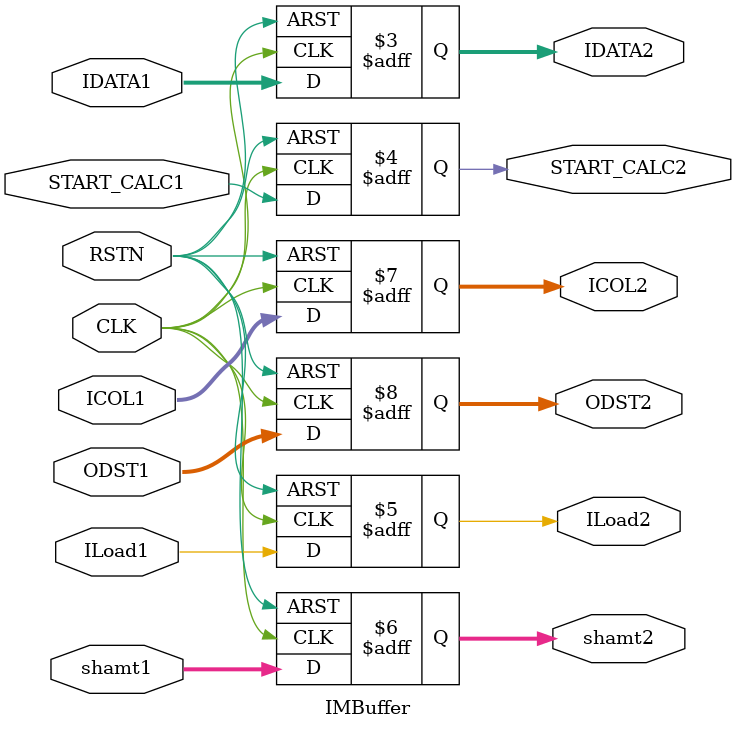
<source format=v>
module IMBuffer(
	input CLK, RSTN,
	input [31:0] IDATA1,
	input START_CALC1, ILoad1,
	input [4:0] shamt1, 
	input [1:0] ICOL1,
	input [3:0] ODST1,
	
	output reg  [31:0] IDATA2,
	output reg  START_CALC2, ILoad2,
	output reg  [4:0] shamt2, 
	output reg  [1:0] ICOL2,
	output reg  [3:0] ODST2
);

always@(posedge CLK or negedge RSTN) begin
	if(~RSTN) begin
		IDATA2 <= 0;  START_CALC2 <= 0;  shamt2 <= 0;  
		ICOL2 <= 0;  ODST2 <= 0;  ILoad2 <= 0;
	end
	else begin
		IDATA2 <= IDATA1;  START_CALC2 <= START_CALC1;  shamt2 <= shamt1;  
		ICOL2 <= ICOL1;  ODST2 <= ODST1;  ILoad2 <= ILoad1;
	end
end
endmodule

</source>
